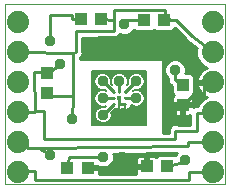
<source format=gtl>
G75*
%MOIN*%
%OFA0B0*%
%FSLAX24Y24*%
%IPPOS*%
%LPD*%
%AMOC8*
5,1,8,0,0,1.08239X$1,22.5*
%
%ADD10C,0.0000*%
%ADD11R,0.0150X0.0150*%
%ADD12C,0.0120*%
%ADD13C,0.0080*%
%ADD14R,0.0433X0.0394*%
%ADD15R,0.0394X0.0433*%
%ADD16C,0.0740*%
%ADD17C,0.0100*%
%ADD18C,0.0376*%
%ADD19C,0.0060*%
D10*
X001098Y000594D02*
X008402Y000598D01*
X008406Y006598D01*
X001098Y006594D01*
X001098Y000594D01*
D11*
X004898Y003469D03*
D12*
X004898Y003666D03*
X005095Y003666D03*
X005095Y003469D03*
X005095Y003272D03*
X004898Y003272D03*
X004701Y003272D03*
X004701Y003469D03*
X004701Y003666D03*
D13*
X004898Y003469D02*
X004898Y003272D01*
D14*
X005807Y001196D03*
X006476Y001196D03*
X003835Y001154D03*
X003165Y001154D03*
X003614Y006110D03*
X004283Y006110D03*
X005705Y006076D03*
X006374Y006076D03*
D15*
X007005Y003925D03*
X007005Y003256D03*
X002473Y003650D03*
X002473Y004319D03*
D16*
X001500Y004000D03*
X001500Y003000D03*
X001500Y002000D03*
X001500Y001000D03*
X001500Y005000D03*
X001500Y006000D03*
X008000Y006000D03*
X008000Y005000D03*
X008000Y004000D03*
X008000Y003000D03*
X008000Y002000D03*
X008000Y001000D03*
D17*
X007228Y001000D01*
X007228Y000728D01*
X002067Y000728D01*
X002067Y001043D01*
X001500Y001043D01*
X001500Y001000D01*
X001831Y001799D02*
X002236Y001799D01*
X002567Y001563D01*
X002220Y001819D01*
X007169Y001866D01*
X007169Y002000D01*
X008000Y002000D01*
X007476Y002366D02*
X006756Y002374D01*
X006756Y002106D01*
X002366Y002106D01*
X002366Y003039D01*
X002075Y003039D01*
X002063Y004346D01*
X002469Y004335D01*
X002473Y004319D01*
X002591Y004359D01*
X002911Y004623D01*
X003346Y004988D02*
X001500Y005000D01*
X002571Y005390D02*
X002594Y005602D01*
X002591Y006236D01*
X003323Y006228D01*
X003323Y006110D01*
X003614Y006110D01*
X003441Y005712D02*
X004724Y005716D01*
X004708Y006091D01*
X004724Y006425D01*
X006402Y006425D01*
X006402Y006037D01*
X006374Y006076D01*
X006386Y006110D01*
X006780Y006091D01*
X007319Y005528D01*
X008000Y005000D01*
X007516Y004757D02*
X006857Y004757D01*
X006818Y004773D02*
X006675Y004773D01*
X006544Y004719D01*
X006443Y004618D01*
X006388Y004486D01*
X006388Y004344D01*
X006443Y004212D01*
X006517Y004138D01*
X006513Y004133D01*
X006527Y004067D01*
X006338Y004067D01*
X006338Y003969D02*
X006549Y003969D01*
X006546Y003980D02*
X006552Y003955D01*
X006609Y003918D01*
X006638Y003889D01*
X006638Y003638D01*
X006700Y003576D01*
X006688Y003565D01*
X006668Y003530D01*
X006658Y003492D01*
X006658Y003304D01*
X006956Y003304D01*
X006956Y003207D01*
X007053Y003207D01*
X007053Y002889D01*
X007221Y002889D01*
X007256Y002899D01*
X007256Y002589D01*
X006848Y002593D01*
X006847Y002594D01*
X006757Y002594D01*
X006667Y002595D01*
X006666Y002594D01*
X006665Y002594D01*
X006601Y002530D01*
X006537Y002468D01*
X006537Y002466D01*
X006536Y002465D01*
X006536Y002375D01*
X006535Y002326D01*
X006346Y002326D01*
X006335Y004772D01*
X003566Y004791D01*
X003566Y004815D01*
X003585Y004819D01*
X003619Y004875D01*
X003665Y004922D01*
X003665Y004950D01*
X003680Y004975D01*
X003665Y005038D01*
X003662Y005492D01*
X004638Y005495D01*
X004642Y005492D01*
X004729Y005496D01*
X004815Y005496D01*
X004819Y005500D01*
X004824Y005500D01*
X004883Y005564D01*
X004916Y005597D01*
X004980Y005571D01*
X005122Y005571D01*
X005254Y005626D01*
X005355Y005726D01*
X005368Y005759D01*
X005418Y005710D01*
X005992Y005710D01*
X006039Y005757D01*
X006087Y005710D01*
X006661Y005710D01*
X006752Y005801D01*
X007110Y005428D01*
X007112Y005409D01*
X007171Y005364D01*
X007223Y005310D01*
X007242Y005309D01*
X007470Y005132D01*
X007460Y005107D01*
X007460Y004893D01*
X007542Y004694D01*
X007694Y004542D01*
X007822Y004489D01*
X007800Y004482D01*
X007727Y004445D01*
X007661Y004397D01*
X007603Y004339D01*
X007555Y004273D01*
X007518Y004200D01*
X007493Y004122D01*
X007481Y004050D01*
X007950Y004050D01*
X007950Y003950D01*
X007481Y003950D01*
X007493Y003878D01*
X007518Y003800D01*
X007555Y003727D01*
X007603Y003661D01*
X007661Y003603D01*
X007727Y003555D01*
X007800Y003518D01*
X007822Y003511D01*
X007694Y003458D01*
X007542Y003306D01*
X007504Y003213D01*
X007475Y003212D01*
X007385Y003212D01*
X007384Y003211D01*
X007382Y003211D01*
X007352Y003179D01*
X007352Y003207D01*
X007053Y003207D01*
X007053Y003304D01*
X007352Y003304D01*
X007352Y003492D01*
X007341Y003530D01*
X007322Y003565D01*
X007310Y003576D01*
X007372Y003638D01*
X007372Y004212D01*
X007272Y004312D01*
X007091Y004312D01*
X007105Y004344D01*
X007105Y004486D01*
X007050Y004618D01*
X006949Y004719D01*
X006818Y004773D01*
X007009Y004658D02*
X007578Y004658D01*
X007676Y004560D02*
X007074Y004560D01*
X007105Y004461D02*
X007760Y004461D01*
X007628Y004363D02*
X007105Y004363D01*
X007319Y004264D02*
X007551Y004264D01*
X007507Y004166D02*
X007372Y004166D01*
X007372Y004067D02*
X007484Y004067D01*
X007372Y003969D02*
X007950Y003969D01*
X008000Y004000D02*
X007720Y004000D01*
X007720Y003543D01*
X007328Y003543D01*
X007005Y003256D01*
X006754Y003256D01*
X006754Y002750D01*
X006788Y002889D02*
X006956Y002889D01*
X006956Y003207D01*
X006658Y003207D01*
X006658Y003020D01*
X006668Y002981D01*
X006688Y002947D01*
X006716Y002919D01*
X006750Y002900D01*
X006788Y002889D01*
X006667Y002984D02*
X006343Y002984D01*
X006343Y002885D02*
X007256Y002885D01*
X007256Y002787D02*
X006343Y002787D01*
X006344Y002688D02*
X007256Y002688D01*
X007256Y002590D02*
X007132Y002590D01*
X007476Y002366D02*
X007476Y002992D01*
X007587Y002992D01*
X007476Y002992D02*
X008000Y003000D01*
X007614Y003378D02*
X007352Y003378D01*
X007352Y003476D02*
X007739Y003476D01*
X007700Y003575D02*
X007311Y003575D01*
X007372Y003673D02*
X007595Y003673D01*
X007533Y003772D02*
X007372Y003772D01*
X007372Y003870D02*
X007495Y003870D01*
X007005Y003925D02*
X006747Y004091D01*
X006746Y004415D01*
X006489Y004166D02*
X006337Y004166D01*
X006337Y004264D02*
X006421Y004264D01*
X006388Y004363D02*
X006336Y004363D01*
X006336Y004461D02*
X006388Y004461D01*
X006419Y004560D02*
X006336Y004560D01*
X006335Y004658D02*
X006483Y004658D01*
X006335Y004757D02*
X006636Y004757D01*
X007319Y005249D02*
X003664Y005249D01*
X003663Y005348D02*
X007186Y005348D01*
X007092Y005446D02*
X003662Y005446D01*
X003441Y005712D02*
X003445Y005012D01*
X003346Y004988D01*
X003346Y003544D01*
X002576Y003556D01*
X002485Y003557D01*
X002473Y003650D01*
X002075Y003039D02*
X002075Y003000D01*
X001500Y003000D01*
X001500Y002000D02*
X001831Y002000D01*
X001831Y001799D01*
X003209Y001521D02*
X003165Y001154D01*
X003209Y001521D02*
X004354Y001498D01*
X004690Y001622D02*
X006814Y001643D01*
X006780Y001608D01*
X006761Y001563D01*
X006189Y001563D01*
X006128Y001501D01*
X006116Y001513D01*
X006082Y001533D01*
X006043Y001543D01*
X005856Y001543D01*
X005856Y001244D01*
X005759Y001244D01*
X005759Y001148D01*
X005441Y001148D01*
X005441Y000979D01*
X005449Y000948D01*
X004201Y000948D01*
X004201Y001105D01*
X003883Y001105D01*
X003883Y001202D01*
X004144Y001202D01*
X004151Y001194D01*
X004283Y001140D01*
X004426Y001140D01*
X004557Y001194D01*
X004658Y001295D01*
X004712Y001426D01*
X004712Y001569D01*
X004690Y001622D01*
X004698Y001605D02*
X006778Y001605D01*
X007040Y001354D02*
X007083Y001406D01*
X007040Y001354D02*
X006476Y001196D01*
X006133Y001506D02*
X006122Y001506D01*
X005856Y001506D02*
X005759Y001506D01*
X005759Y001543D02*
X005571Y001543D01*
X005533Y001533D01*
X005498Y001513D01*
X005471Y001485D01*
X005451Y001451D01*
X005441Y001413D01*
X005441Y001244D01*
X005759Y001244D01*
X005759Y001543D01*
X005759Y001408D02*
X005856Y001408D01*
X005856Y001309D02*
X005759Y001309D01*
X005759Y001211D02*
X004574Y001211D01*
X004664Y001309D02*
X005441Y001309D01*
X005441Y001408D02*
X004705Y001408D01*
X004712Y001506D02*
X005492Y001506D01*
X005402Y001217D02*
X005106Y001224D01*
X004982Y001512D01*
X005106Y001224D02*
X003835Y001154D01*
X003883Y001112D02*
X005441Y001112D01*
X005402Y001217D02*
X005807Y001196D01*
X005441Y001014D02*
X004201Y001014D01*
X006345Y002393D02*
X006536Y002393D01*
X006561Y002491D02*
X006345Y002491D01*
X006344Y002590D02*
X006661Y002590D01*
X006956Y002984D02*
X007053Y002984D01*
X007053Y003082D02*
X006956Y003082D01*
X006956Y003181D02*
X007053Y003181D01*
X007053Y003279D02*
X007531Y003279D01*
X007353Y003181D02*
X007352Y003181D01*
X006956Y003279D02*
X006341Y003279D01*
X006341Y003378D02*
X006658Y003378D01*
X006658Y003476D02*
X006340Y003476D01*
X006340Y003575D02*
X006698Y003575D01*
X006638Y003673D02*
X006340Y003673D01*
X006339Y003772D02*
X006638Y003772D01*
X006638Y003870D02*
X006339Y003870D01*
X006527Y003999D02*
X006546Y003980D01*
X006527Y003999D02*
X006527Y004067D01*
X005458Y004029D02*
X005095Y003666D01*
X004898Y003666D02*
X004898Y004029D01*
X004701Y003666D02*
X004337Y004029D01*
X004337Y003469D02*
X004701Y003469D01*
X004701Y003272D02*
X004358Y002908D01*
X004958Y002869D02*
X004958Y002969D01*
X004898Y003272D02*
X004898Y003445D01*
X004898Y003272D02*
X005095Y003272D01*
X005095Y003469D02*
X005458Y003469D01*
X006342Y003181D02*
X006658Y003181D01*
X006658Y003082D02*
X006342Y003082D01*
X007169Y002012D02*
X007169Y002000D01*
X007475Y004855D02*
X003607Y004855D01*
X003667Y004954D02*
X007460Y004954D01*
X007460Y005052D02*
X003665Y005052D01*
X003664Y005151D02*
X007446Y005151D01*
X006998Y005545D02*
X004865Y005545D01*
X005272Y005643D02*
X006903Y005643D01*
X006809Y005742D02*
X006693Y005742D01*
X006055Y005742D02*
X006024Y005742D01*
X005705Y006076D02*
X005067Y006089D01*
X005055Y006075D01*
X005051Y005929D01*
X005361Y005742D02*
X005385Y005742D01*
X004708Y006091D02*
X004283Y006110D01*
X003346Y003544D02*
X003323Y002774D01*
D18*
X003323Y002774D03*
X004358Y002908D03*
X004958Y002869D03*
X005498Y002869D03*
X005458Y003469D03*
X005458Y004029D03*
X004898Y004029D03*
X004337Y004029D03*
X004337Y003469D03*
X002911Y004623D03*
X002571Y005390D03*
X005051Y005929D03*
X006746Y004415D03*
X006754Y002750D03*
X007083Y001406D03*
X004982Y001512D03*
X004354Y001498D03*
X002567Y001563D03*
D19*
X003998Y002569D02*
X003998Y004369D01*
X005798Y004369D01*
X005798Y002569D01*
X003998Y002569D01*
X003998Y002585D02*
X005798Y002585D01*
X005798Y002643D02*
X004447Y002643D01*
X004414Y002630D02*
X004516Y002672D01*
X004594Y002750D01*
X004636Y002853D01*
X004636Y002963D01*
X004626Y002988D01*
X004752Y003122D01*
X004763Y003122D01*
X004771Y003130D01*
X004781Y003119D01*
X004824Y003094D01*
X004873Y003082D01*
X004898Y003082D01*
X004923Y003082D01*
X004971Y003094D01*
X004996Y003109D01*
X005021Y003094D01*
X005070Y003082D01*
X005095Y003082D01*
X005120Y003082D01*
X005168Y003094D01*
X005211Y003119D01*
X005247Y003155D01*
X005272Y003198D01*
X005285Y003246D01*
X005285Y003249D01*
X005301Y003233D01*
X005403Y003190D01*
X005514Y003190D01*
X005616Y003233D01*
X005694Y003311D01*
X005736Y003413D01*
X005736Y003524D01*
X005694Y003626D01*
X005616Y003704D01*
X005514Y003747D01*
X005403Y003747D01*
X005353Y003726D01*
X005385Y003758D01*
X005403Y003751D01*
X005514Y003751D01*
X005616Y003793D01*
X005694Y003872D01*
X005798Y003872D01*
X005798Y003930D02*
X005718Y003930D01*
X005736Y003974D02*
X005694Y003872D01*
X005636Y003813D02*
X005798Y003813D01*
X005798Y003755D02*
X005523Y003755D01*
X005624Y003696D02*
X005798Y003696D01*
X005798Y003638D02*
X005682Y003638D01*
X005713Y003579D02*
X005798Y003579D01*
X005798Y003521D02*
X005736Y003521D01*
X005736Y003462D02*
X005798Y003462D01*
X005798Y003404D02*
X005733Y003404D01*
X005708Y003345D02*
X005798Y003345D01*
X005798Y003287D02*
X005670Y003287D01*
X005605Y003228D02*
X005798Y003228D01*
X005798Y003170D02*
X005255Y003170D01*
X005280Y003228D02*
X005311Y003228D01*
X005197Y003111D02*
X005798Y003111D01*
X005798Y003053D02*
X004687Y003053D01*
X004632Y002994D02*
X005798Y002994D01*
X005798Y002936D02*
X004636Y002936D01*
X004636Y002877D02*
X005798Y002877D01*
X005798Y002819D02*
X004622Y002819D01*
X004598Y002760D02*
X005798Y002760D01*
X005798Y002702D02*
X004546Y002702D01*
X004414Y002630D02*
X004303Y002630D01*
X004201Y002672D01*
X004122Y002750D01*
X004080Y002853D01*
X004080Y002963D01*
X004122Y003065D01*
X004201Y003144D01*
X004303Y003186D01*
X004414Y003186D01*
X004424Y003182D01*
X004457Y003217D01*
X004392Y003190D01*
X004282Y003190D01*
X004179Y003233D01*
X004101Y003311D01*
X004059Y003413D01*
X004059Y003524D01*
X004101Y003626D01*
X004179Y003704D01*
X004282Y003747D01*
X004392Y003747D01*
X004442Y003726D01*
X004410Y003758D01*
X004392Y003751D01*
X004282Y003751D01*
X004179Y003793D01*
X004101Y003872D01*
X003998Y003872D01*
X003998Y003930D02*
X004077Y003930D01*
X004059Y003974D02*
X004101Y003872D01*
X004159Y003813D02*
X003998Y003813D01*
X003998Y003755D02*
X004272Y003755D01*
X004172Y003696D02*
X003998Y003696D01*
X003998Y003638D02*
X004113Y003638D01*
X004082Y003579D02*
X003998Y003579D01*
X003998Y003521D02*
X004059Y003521D01*
X004059Y003462D02*
X003998Y003462D01*
X003998Y003404D02*
X004063Y003404D01*
X004087Y003345D02*
X003998Y003345D01*
X003998Y003287D02*
X004125Y003287D01*
X004190Y003228D02*
X003998Y003228D01*
X003998Y003170D02*
X004264Y003170D01*
X004169Y003111D02*
X003998Y003111D01*
X003998Y003053D02*
X004117Y003053D01*
X004093Y002994D02*
X003998Y002994D01*
X003998Y002936D02*
X004080Y002936D01*
X004080Y002877D02*
X003998Y002877D01*
X003998Y002819D02*
X004094Y002819D01*
X004118Y002760D02*
X003998Y002760D01*
X003998Y002702D02*
X004171Y002702D01*
X004270Y002643D02*
X003998Y002643D01*
X004742Y003111D02*
X004795Y003111D01*
X004898Y003111D02*
X004898Y003111D01*
X004898Y003082D02*
X004898Y003271D01*
X004898Y003271D01*
X004898Y003272D01*
X005095Y003272D01*
X005095Y003271D01*
X005095Y003082D01*
X005095Y003271D01*
X005095Y003271D01*
X004905Y003271D01*
X004898Y003271D01*
X004898Y003082D01*
X004898Y003170D02*
X004898Y003170D01*
X004898Y003228D02*
X004898Y003228D01*
X005095Y003228D02*
X005095Y003228D01*
X005095Y003170D02*
X005095Y003170D01*
X005095Y003111D02*
X005095Y003111D01*
X005382Y003755D02*
X005394Y003755D01*
X005187Y003956D02*
X005155Y003924D01*
X005176Y003974D01*
X005176Y004084D01*
X005133Y004187D01*
X005055Y004265D01*
X004953Y004307D01*
X004842Y004307D01*
X004740Y004265D01*
X004662Y004187D01*
X004620Y004084D01*
X004620Y003974D01*
X004640Y003924D01*
X004608Y003956D01*
X004615Y003974D01*
X004615Y004084D01*
X004573Y004187D01*
X004495Y004265D01*
X004392Y004307D01*
X004282Y004307D01*
X004179Y004265D01*
X004101Y004187D01*
X004059Y004084D01*
X004059Y003974D01*
X004059Y003989D02*
X003998Y003989D01*
X003998Y004047D02*
X004059Y004047D01*
X004068Y004106D02*
X003998Y004106D01*
X003998Y004164D02*
X004092Y004164D01*
X004137Y004223D02*
X003998Y004223D01*
X003998Y004281D02*
X004219Y004281D01*
X003998Y004340D02*
X005798Y004340D01*
X005798Y004281D02*
X005576Y004281D01*
X005616Y004265D02*
X005514Y004307D01*
X005403Y004307D01*
X005301Y004265D01*
X005222Y004187D01*
X005180Y004084D01*
X005180Y003974D01*
X005187Y003956D01*
X005180Y003989D02*
X005176Y003989D01*
X005176Y004047D02*
X005180Y004047D01*
X005189Y004106D02*
X005167Y004106D01*
X005143Y004164D02*
X005213Y004164D01*
X005259Y004223D02*
X005097Y004223D01*
X005015Y004281D02*
X005341Y004281D01*
X005616Y004265D02*
X005694Y004187D01*
X005736Y004084D01*
X005736Y003974D01*
X005736Y003989D02*
X005798Y003989D01*
X005798Y004047D02*
X005736Y004047D01*
X005727Y004106D02*
X005798Y004106D01*
X005798Y004164D02*
X005703Y004164D01*
X005658Y004223D02*
X005798Y004223D01*
X005162Y003930D02*
X005158Y003930D01*
X004780Y004281D02*
X004455Y004281D01*
X004537Y004223D02*
X004698Y004223D01*
X004653Y004164D02*
X004582Y004164D01*
X004606Y004106D02*
X004628Y004106D01*
X004620Y004047D02*
X004615Y004047D01*
X004615Y003989D02*
X004620Y003989D01*
X004634Y003930D02*
X004637Y003930D01*
X004413Y003755D02*
X004402Y003755D01*
M02*

</source>
